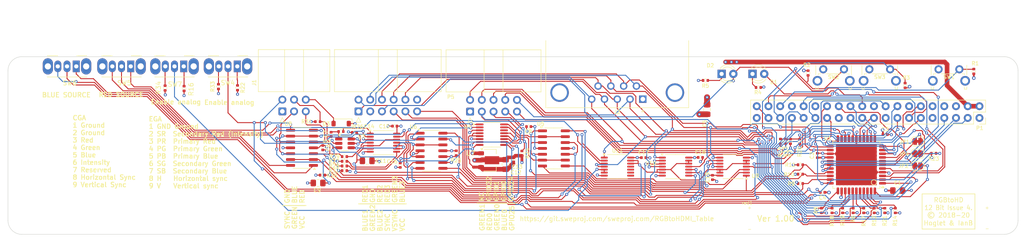
<source format=kicad_pcb>
(kicad_pcb
	(version 20240108)
	(generator "pcbnew")
	(generator_version "8.0")
	(general
		(thickness 1.6)
		(legacy_teardrops no)
	)
	(paper "A4")
	(title_block
		(title "RGBtoHDMI_Table")
		(date "2024-11-19")
		(rev "1.00")
		(company "SweProj.com")
	)
	(layers
		(0 "F.Cu" signal)
		(1 "In1.Cu" signal)
		(2 "In2.Cu" signal)
		(31 "B.Cu" signal)
		(34 "B.Paste" user)
		(35 "F.Paste" user)
		(36 "B.SilkS" user "B.Silkscreen")
		(37 "F.SilkS" user "F.Silkscreen")
		(38 "B.Mask" user)
		(39 "F.Mask" user)
		(40 "Dwgs.User" user "User.Drawings")
		(41 "Cmts.User" user "User.Comments")
		(44 "Edge.Cuts" user)
		(45 "Margin" user)
		(46 "B.CrtYd" user "B.Courtyard")
		(47 "F.CrtYd" user "F.Courtyard")
		(48 "B.Fab" user)
		(49 "F.Fab" user)
	)
	(setup
		(stackup
			(layer "F.SilkS"
				(type "Top Silk Screen")
			)
			(layer "F.Paste"
				(type "Top Solder Paste")
			)
			(layer "F.Mask"
				(type "Top Solder Mask")
				(thickness 0.01)
			)
			(layer "F.Cu"
				(type "copper")
				(thickness 0.035)
			)
			(layer "dielectric 1"
				(type "prepreg")
				(thickness 0.1)
				(material "FR4")
				(epsilon_r 4.5)
				(loss_tangent 0.02)
			)
			(layer "In1.Cu"
				(type "copper")
				(thickness 0.035)
			)
			(layer "dielectric 2"
				(type "core")
				(thickness 1.24)
				(material "FR4")
				(epsilon_r 4.5)
				(loss_tangent 0.02)
			)
			(layer "In2.Cu"
				(type "copper")
				(thickness 0.035)
			)
			(layer "dielectric 3"
				(type "prepreg")
				(thickness 0.1)
				(material "FR4")
				(epsilon_r 4.5)
				(loss_tangent 0.02)
			)
			(layer "B.Cu"
				(type "copper")
				(thickness 0.035)
			)
			(layer "B.Mask"
				(type "Bottom Solder Mask")
				(thickness 0.01)
			)
			(layer "B.Paste"
				(type "Bottom Solder Paste")
			)
			(layer "B.SilkS"
				(type "Bottom Silk Screen")
			)
			(copper_finish "None")
			(dielectric_constraints no)
		)
		(pad_to_mask_clearance 0.05)
		(solder_mask_min_width 0.1)
		(allow_soldermask_bridges_in_footprints yes)
		(aux_axis_origin 84.402 56.40096)
		(grid_origin 45.002 28.00096)
		(pcbplotparams
			(layerselection 0x00010f0_ffffffff)
			(plot_on_all_layers_selection 0x0000000_00000000)
			(disableapertmacros no)
			(usegerberextensions yes)
			(usegerberattributes no)
			(usegerberadvancedattributes no)
			(creategerberjobfile no)
			(dashed_line_dash_ratio 12.000000)
			(dashed_line_gap_ratio 3.000000)
			(svgprecision 4)
			(plotframeref no)
			(viasonmask no)
			(mode 1)
			(useauxorigin no)
			(hpglpennumber 1)
			(hpglpenspeed 20)
			(hpglpendiameter 15.000000)
			(pdf_front_fp_property_popups yes)
			(pdf_back_fp_property_popups yes)
			(dxfpolygonmode yes)
			(dxfimperialunits yes)
			(dxfusepcbnewfont yes)
			(psnegative no)
			(psa4output no)
			(plotreference yes)
			(plotvalue no)
			(plotfptext yes)
			(plotinvisibletext no)
			(sketchpadsonfab no)
			(subtractmaskfromsilk no)
			(outputformat 1)
			(mirror no)
			(drillshape 0)
			(scaleselection 1)
			(outputdirectory "manufacturing/")
		)
	)
	(net 0 "")
	(net 1 "/3V3")
	(net 2 "/GPIO19")
	(net 3 "/GPIO16")
	(net 4 "/GPIO26")
	(net 5 "Net-(D1-K)")
	(net 6 "Net-(D2-K)")
	(net 7 "/VCC")
	(net 8 "GND")
	(net 9 "/SYNC")
	(net 10 "/VSYNC")
	(net 11 "/RxD")
	(net 12 "/TxD")
	(net 13 "/SPDATA")
	(net 14 "/SPCLK")
	(net 15 "/CLKEN")
	(net 16 "/R1")
	(net 17 "/B1")
	(net 18 "/G2")
	(net 19 "/R2")
	(net 20 "/B2")
	(net 21 "/R3")
	(net 22 "/G3")
	(net 23 "/B3")
	(net 24 "/B0")
	(net 25 "/G0")
	(net 26 "/R0")
	(net 27 "/G1")
	(net 28 "/GPIO27_genlock")
	(net 29 "/GPIO25_mode7")
	(net 30 "/GPIO0_sp_data")
	(net 31 "/GPIO20_sp_clk")
	(net 32 "/GPIO1_sp_clken")
	(net 33 "/GPIO17_psync")
	(net 34 "/GPIO18_Version")
	(net 35 "/GPIO22_analog")
	(net 36 "/GPIO24_mux")
	(net 37 "/GPIO21_clk")
	(net 38 "/GPIO2_Q00")
	(net 39 "/GPIO3_Q01")
	(net 40 "/GPIO4_Q02")
	(net 41 "/GPIO10_Q08")
	(net 42 "/GPIO9_Q07")
	(net 43 "/GPIO11_Q09")
	(net 44 "/GPIO8_Q06")
	(net 45 "/GPIO7_Q05")
	(net 46 "/GPIO5_Q03")
	(net 47 "/GPIO6_Q04")
	(net 48 "/GPIO12_Q10")
	(net 49 "/GPIO13_Q11")
	(net 50 "/GPIO23_csync")
	(net 51 "/AGREEN")
	(net 52 "/CGREEN")
	(net 53 "/CLAMPLVL")
	(net 54 "/VANALOG")
	(net 55 "/ASYNC")
	(net 56 "/VCLAMP")
	(net 57 "Net-(R27-Pad2)")
	(net 58 "/ABLUE")
	(net 59 "Net-(R28-Pad2)")
	(net 60 "/ARED")
	(net 61 "Net-(R29-Pad2)")
	(net 62 "/SGREEN")
	(net 63 "unconnected-(U4-DOUT-Pad14)")
	(net 64 "/REFGYSYNC")
	(net 65 "/REFRBUVLO")
	(net 66 "/REFSYNC")
	(net 67 "/SPARE")
	(net 68 "/REFGYLO")
	(net 69 "/REFGYHI")
	(net 70 "/REFRBUVHI")
	(net 71 "/DETECT")
	(net 72 "/B3_A")
	(net 73 "/R2_A")
	(net 74 "/B2_A")
	(net 75 "/SYNC_A")
	(net 76 "/G2_A")
	(net 77 "/VSYNC_A")
	(net 78 "/TERM")
	(net 79 "/R3_A")
	(net 80 "/G0_A")
	(net 81 "/B1_A")
	(net 82 "/R1_A")
	(net 83 "unconnected-(U11-Pad8)")
	(net 84 "unconnected-(U11-Pad9)")
	(net 85 "/VCC_IN")
	(net 86 "unconnected-(P5-Pin_1-Pad1)")
	(net 87 "Net-(SW4-A)")
	(net 88 "Net-(SW4-C)")
	(net 89 "Net-(SW5-C)")
	(net 90 "Net-(SW5-A)")
	(net 91 "Net-(SW6-A)")
	(net 92 "Net-(SW6-C)")
	(net 93 "unconnected-(U11-Pad10)")
	(net 94 "unconnected-(U11-Pad11)")
	(net 95 "Net-(SW7-A)")
	(net 96 "Net-(SW7-C)")
	(net 97 "/DETECT2")
	(footprint "rgbtohdmi:RPi_Hat_Mounting_Hole" (layer "F.Cu") (at 268.721 97.27))
	(footprint "rgbtohdmi:RPi_Hat_Mounting_Hole" (layer "F.Cu") (at 210.721 97.27))
	(footprint "rgbtohdmi:RPi_Hat_Mounting_Hole" (layer "F.Cu") (at 268.721 120.27))
	(footprint "rgbtohdmi:RPi_Hat_Mounting_Hole" (layer "F.Cu") (at 210.721 120.27))
	(footprint "Jumper:SolderJumper-2_P1.3mm_Bridged_RoundedPad1.0x1.5mm" (layer "F.Cu") (at 250.462 108.95496))
	(footprint "Jumper:SolderJumper-2_P1.3mm_Bridged_RoundedPad1.0x1.5mm" (layer "F.Cu") (at 250.462 103.62096 180))
	(footprint "Jumper:SolderJumper-2_P1.3mm_Bridged_RoundedPad1.0x1.5mm" (layer "F.Cu") (at 250.462 106.28796 180))
	(footprint "Capacitor_SMD:C_0805_2012Metric_Pad1.18x1.45mm_HandSolder" (layer "F.Cu") (at 246.129 114.28896))
	(footprint "Capacitor_SMD:C_0402_1005Metric" (layer "F.Cu") (at 228.73 106.66896 90))
	(footprint "Capacitor_SMD:C_0402_1005Metric" (layer "F.Cu") (at 243.4086 102.14776))
	(footprint "Capacitor_SMD:C_0402_1005Metric" (layer "F.Cu") (at 229.8515 114.66996 180))
	(footprint "Resistor_SMD:R_0402_1005Metric" (layer "F.Cu") (at 262.6292 88.45296 90))
	(footprint "Resistor_SMD:R_0402_1005Metric" (layer "F.Cu") (at 226.7136 88.80656 -90))
	(footprint "Resistor_SMD:R_0402_1005Metric" (layer "F.Cu") (at 247.7448 91.50096 90))
	(footprint "Resistor_SMD:R_0402_1005Metric" (layer "F.Cu") (at 215.944 91.93696))
	(footprint "Resistor_SMD:R_0402_1005Metric" (layer "F.Cu") (at 204.475 90.41296 180))
	(footprint "Button_Switch_THT:SW_Tactile_SPST_Angled_PTS645Vx39-2LFS" (layer "F.Cu") (at 255 88))
	(footprint "Button_Switch_THT:SW_Tactile_SPST_Angled_PTS645Vx39-2LFS" (layer "F.Cu") (at 230 88))
	(footprint "Button_Switch_THT:SW_Tactile_SPST_Angled_PTS645Vx39-2LFS" (layer "F.Cu") (at 240 88))
	(footprint "Package_QFP:LQFP-44_10x10mm_P0.8mm" (layer "F.Cu") (at 237.183 108.70096 180))
	(footprint "rgbtohdmi:PinSocket_2x20_P2.54mm_Vertical_Custom" (layer "F.Cu") (at 263.853 98.54096 -90))
	(footprint "Resistor_SMD:R_0402_1005Metric" (layer "F.Cu") (at 222.888 103.61896 90))
	(footprint "Connector_IDC:IDC-Header_2x06_P2.54mm_Horizontal" (layer "F.Cu") (at 129.289 97.11856 90))
	(footprint "Connector_IDC:IDC-Header_2x05_P2.54mm_Horizontal" (layer "F.Cu") (at 153.4698 97.16936 90))
	(footprint "LED_THT:LED_D3.0mm" (layer "F.Cu") (at 214.674 89))
	(footprint "LED_THT:LED_D3.0mm" (layer "F.Cu") (at 207.9782 89))
	(footprint "Resistor_SMD:R_0402_1005Metric" (layer "F.Cu") (at 231.905 118.60696 -90))
	(footprint "Capacitor_SMD:C_0402_1005Metric" (layer "F.Cu") (at 162.9088 107.57656 90))
	(footprint "Resistor_SMD:R_0402_1005Metric" (layer "F.Cu") (at 98.936 91.74546 -90))
	(footprint "Package_SO:TSSOP-14_4.4x5mm_P0.65mm" (layer "F.Cu") (at 210.4674 109.08776 180))
	(footprint "Package_SO:QSOP-16_3.9x4.9mm_P0.635mm"
		(layer "F.Cu")
		(uuid "1b5112fe-303d-444e-9e67-45ab31f7ed89")
		(at 158.1844 102.16896)
		(descr "QSOP, 16 Pin (https://pdfserv.maximintegrated.com/package_dwgs/21-0055.PDF), generated with kicad-footprint-generator ipc_gullwing_generator.py")
		(tags "QSOP SO")
		(property "Reference" "U4"
			(at -5.2324 -1.7272 0)
			(layer "F.SilkS")
			(uuid "15cba79d-2f8f-4642-a100-9e7dea9bfd02")
			(effects
				(font
					(size 0.8 0.8)
					(thickness 0.15)
				)
			)
		)
		(property "Value" "MAX5259EEE+"
			(at 0 3.4 0)
			(layer "F.Fab")
			(uuid "91a354f4-7f12-4f33-9779-bd05d450d728")
			(effects
				(font
					(size 1 1)
					(thickness 0.15)
				)
			)
		)
		(property "Footprint" "Package_SO:QSOP-16_3.9x4.9mm_P0.635mm"
			(at 0 0 0)
			(unlocked yes)
			(layer "F.Fab")
			(hide yes)
			(uuid "a88579cc-1fa5-400b-ac95-2aacc5374444")
			(effects
				(font
					(size 1.27 1.27)
					(thickness 0.15)
				)
			)
		)
		(property "Datasheet" ""
			(at 0 0 0)
			(unlocked yes)
			(layer "F.Fab")
			(hide yes)
			(uuid "95a33722-a09f-4d9d-848f-f4b45dc26a48")
			(effects
				(font
					(size 1.27 1.27)
					(thickness 0.15)
				)
			)
		)
		(property "Description" ""
			(at 0 0 0)
			(unlocked yes)
			(layer "F.Fab")
			(hide yes)
			(uuid "14f10e5b-1353-4a7e-8150-acc7de735102")
			(effects
				(font
					(size 1.27 1.27)
					(thickness 0.15)
				)
			)
		)
		(property "LCSC" ""
			(at 0 0 0)
			(unlocked yes)
			(layer "F.Fab")
			(hide yes)
			(uuid "06cb246d-99ca-422f-a0fe-15cc3454c3ca")
			(effects
				(font
					(size 1 1)
					(thickness 0.15)
				)
			)
		)
		(path "/71b68b90-b720-48f7-9024-7798b93e89e1")
		(sheetname "Root")
		(sheetfile "rgb-to-hdmi.kicad_sch")
		(attr smd)
		(fp_line
			(start 0 -2.6825)
			(end -1.95 -2.6825)
			(stroke
				(width 0.12)
				(type solid)
			)
			(layer "F.SilkS")
			(uuid "de1458a0-eb6b-4588-b4b8-26797494ced9")
		)
		(fp_line
			(start 0 -2.6825)
			(end 1.95 -2.6825)
			(stroke
				(width 0.12)
				(type solid)
			)
			(layer "F.SilkS")
			(uuid "65209a9b-6aa1-423e-98f6-17b42ac7d8e5")
		)
		(fp_line
			(start 0 2.6825)
			(end -1.95 2.6825)
			(stroke
				(width 0.12)
				(type solid)
			)
			(layer "F.SilkS")
			(uuid "5960f843-9dc3-45f2-a074-1dd74f0c06a1")
		)
		(fp_line
			(start 0 2.6825)
			(end 1.95 2.6825)
			(stroke
				(width 0.12)
				(type solid)
			)
			(layer "F.SilkS")
			(uuid "4875184c-00f9-4ddb-a484-53df981dbddf")
		)
		(fp_poly
			(pts
				(xy -3.71 -2.2225) (xy -4.04 -2.4625) (xy -4.04 -1.9825) (xy -3.71 -2.2225)
			)
			(stroke
				(width 0.12)
				(type solid)
			)
			(fill solid)
			(layer "F.SilkS")
			(uuid "a74eec00-3c38-4fe8-8086-8a78c3d5463d")
		)
		(fp_line
			(start -3.7 -2.7)
			(end -3.7 2.7)
			(stroke
				(width 0.05)
				(type solid)
			)
			(layer "F.CrtYd")
			(uuid "1ad6dc59-28c0-4610-a3a8-5fb9ed452f37")
		)
		(fp_line
			(start -3.7 2.7)
			(end 3.7 2.7)
			(stroke
				(width 0.05)
				(type solid)
			)
			(layer "F.CrtYd")
			(uuid "fff563a2-4c40-4a86-befb-6af4600f61f2")
		)
		(fp_line
			(start 3.7 -2.7)
			(end -3.7 -2.7)
			(stroke
				(width 0.05)
				(type solid)
			)
			(layer "F.CrtYd")
			(uuid "8760bf07-f782-4ef7-b3d8-306c1b5ff73d")
		)
		(fp_line
			(start 3.7 2.7)
			(end 3.7 -2.7)
			(stroke
				(width 0.05)
				(type solid)
			)
			(layer "F.CrtYd")
			(uuid "ab48022b-cde8-4cae-956b-26a3d2cbf260")
		)
		(fp_line
			(start -1.95 -1.475)
			(end -0.975 -2.45)
			(stroke
				(width 0.1)
				(type solid)
			)
			(layer "F.Fab")
			(uuid "500c8c83-9cf5-4969-bf11-d09ff3236cd6")
		)
		(fp_line
			(start -1.95 2.45)
			(end -1.95 -1.475)
			(stroke
				(width 0.1)
				(type solid)
			)
			(layer "F.Fab")
			(uuid "91da9da7-892e-4ba8-9cba-77247001fdec")
		)
		(fp_line
			(start -0.975 -2.45)
			(end 1.95 -2.45)
			(stroke
				(width 0.1)
				(type solid)
			)
			(layer "F.Fab")
			(uuid "fd1a7d65-7775-4183-bf7a-367dc90165b3")
		)
		(fp_line
			(start 1.95 -2.45)
			(end 1.95 2.45)
			(stroke
				(width 0.1)
				(type solid)
			)
			(layer "F.Fab")
			(uuid "b1a0eb42-af0f-4e75-bd40-f39df5b9f2b6")
		)
		(fp_line
			(start 1.95 2.45)
			(end -1.95 2.45)
			(stroke
				(width 0.1)
				(type solid)
			)
			(layer "F.Fab")
			(uuid "51157973-e7fd-4663-8dcd-6ebac6a640d0")
		)
		(fp_text user "${REFERENCE}"
			(at 0 0 0)
			(layer "F.Fab")
			(uuid "463785c9-8596-434d-84e8-92a404e2b754")
			(effects
				(font
					(size 0.98 0.98)
					(thickness 0.15)
				)
			)
		)
		(pad "1" smd roundrect
			(at -2.6375 -2.2225)
			(size 1.625 0.4)
			(layers "F.Cu" "F.Paste" "F.Mask")
			(roundrect_rratio 0.25)
			(net 68 "/REFGYLO")
			(pinfunction "OUTB")
			(pintype "output")
			(uuid "a3d44d79-6107-4467-8ee0-39a349bc7389")
		)
		(pad "2" smd roundrect
			(at -2.6375 -1.5875)
			(size 1.625 0.4)
			(layers "F.Cu" "F.Paste" "F.Mask")
			(roundrect_rratio 0.25)
			(net 69 "/REFGYHI")
			(pinfunction "OUTA")
			(pintype "output")
			(uuid "27f7897a-3527-4a99-be6c-71cee495d763")
		)
		(pad "3" smd roundrect
			(at -2.6375 -0.9525)
			(size 1.625 0.4)
			(layers "F.Cu" "F.Paste" "F.Mask")
			(roundrect_rratio 0.25)
			(net 8 "GND")
			(pinfunction "GND")
			(pintype "power_in")
			(uuid "cdee3410-ed0b-43dc-8503-d1e93d3f82d3")
		)
		(pad "4" smd roundrect
			(at -2.6375 -0.3175)
			(size 1.625 0.4)
			(layers "F.Cu" "F.Paste" "F.Mask")
			(roundrect_rratio 0.25)
			(net 54 "/VANALOG")
			(pinfunction "VDD")
			(pintype "power_in")
			(uuid "5720abee-2751-4a5d-81e1-9bb3dcd7c54c")
		)
		(pad "5" smd roundrect
			(at -2.6375 0.3175)
			(size 1.625 0.4)
			(layers "F.Cu" "F.Paste" "F.Mask")
			(roundrect_rratio 0.25)
			(net 54 "/VANALOG")
			(pinfunction "REF")
			(pintype "input")
			(uuid "9f2cfaa9-bfae-43cb-9bf2-28b846a6f354")
		)
		(pad "6" smd roundrect
			(at -2.6375 0.9525)
			(size 1.625 0.4)
			(layers "F.Cu" "F.Paste" "F.Mask")
			(roundrect_rratio 0.25)
			(net 8 "GND")
			(pinfunction "LDAC")
			(pintype "input")
			(uuid "d26c4bab-bc2a-4248-9d88-8d7f76c18d9a")
		)
		(pad "7" smd roundrect
			(at -2.6375 1.5875)
			(size 1.625 0.4)
			(layers "F.Cu" "F.Paste" "F.Mask")
			(roundrect_rratio 0.25)
			(net 64 "/REFGYSYNC")
			(pinfunction "OUTE")
			(pintype "output")
			(uuid "bffcc4bf-6509-4d3c-ac01-eabd3ed3ceb4")
		)
		(pad "8" smd roundrect
			(at -2.6375 2.2225)
			(size 1.625 0.4)
			(layers "F.Cu" "F.Paste" "F.Mask")
			(roundrect_rratio 0.25)
			(net 66 "/REFSYNC")
			(pinfunction "OUTF")
			(pintype "output")
			(uuid "c8797aae-3198-4f14-91c3-8712cd0e6fe0")
		)
		(pad "9" smd roundrect
			(at 2.6375 2.2225)
			(size 1.625 0.4)
			(layers "F.Cu" "F.Paste" "F.Mask")
			(roundrect_rratio 0.25)
			(net 53 "/CLAMPLVL")
			(pinfunction "OUTG")
			(pintype "output")
			(uuid "81d67007-9286-4aae-a8df-7bfbe5923e30")
		)
		(pad "10" smd roundrect
			(at 2.6375 1.5875)
			(size 1.625 0.4)
			(layers "F.Cu" "F.Paste" "F.Mask")
			(roundrect_rratio 0.25)
			(net 67 "/SPARE")
			(pinfunction "OUTH")
			(pintype "output")
			(uuid "58baf4de-0eab-440d-b898-48eb116653b2")
		)
		(pad "11" smd roundrect
			(at 2.6375 0.9525)
			(size 1.625 0.4)
			(layers "F.Cu" "F.Paste" "F.Mask")
			(roundrect_rratio 0.25)
			(net 35 "/GPIO22_analog")
			(pinfunction "CS")
			(pintype "input")
			(uuid "b5f51946-e5cd-4500-b54a-3288dea7c8c2")
		)
		(pad "12" smd roundrect
			(at 2.6375 0.3175)
			(size 1.625 0.4)
			(layers "F.Cu" "F.Paste" "F.Mask")
			(roundrect_rratio 0.25)
			(net 32 "/GPIO1_sp_clken")
			(pinfunction "SCLK")
			(pintype "input")
			(uuid "2f1cc7fb-7fdf-46e5-a76d-76a73bc80958")
		)
		(pad "13" smd roundrect
			(at 2.6375 -0.3175)
			(size 1.625 0.4)
			(layers "F.Cu" "F.Paste" "F.Mask")
			(roundrect_rratio 0.25)
			(net 30 "/GPIO0_sp_data")
			(pinfunction "DIN")
			(pintype "input")
			(uuid "f343df3a-b26a-461f-8545-6dde26dc57c1")
		)
		(pad "14" smd roundrect
			(at 2.6375 -0.9525)
			(size 1.625 0.4)
			(layers "F.Cu" "F.Paste" "F.Mask")
			(roundrect_rratio 0.25)
			(net 63 "unconnected-(U4-DOUT-Pad14)")
			(pinfunction "DOUT")
			(pintype "output+no_connect")
			(uuid "26ba0ed2-3ea0-4733-9cdb-d84e7c83
... [1519217 chars truncated]
</source>
